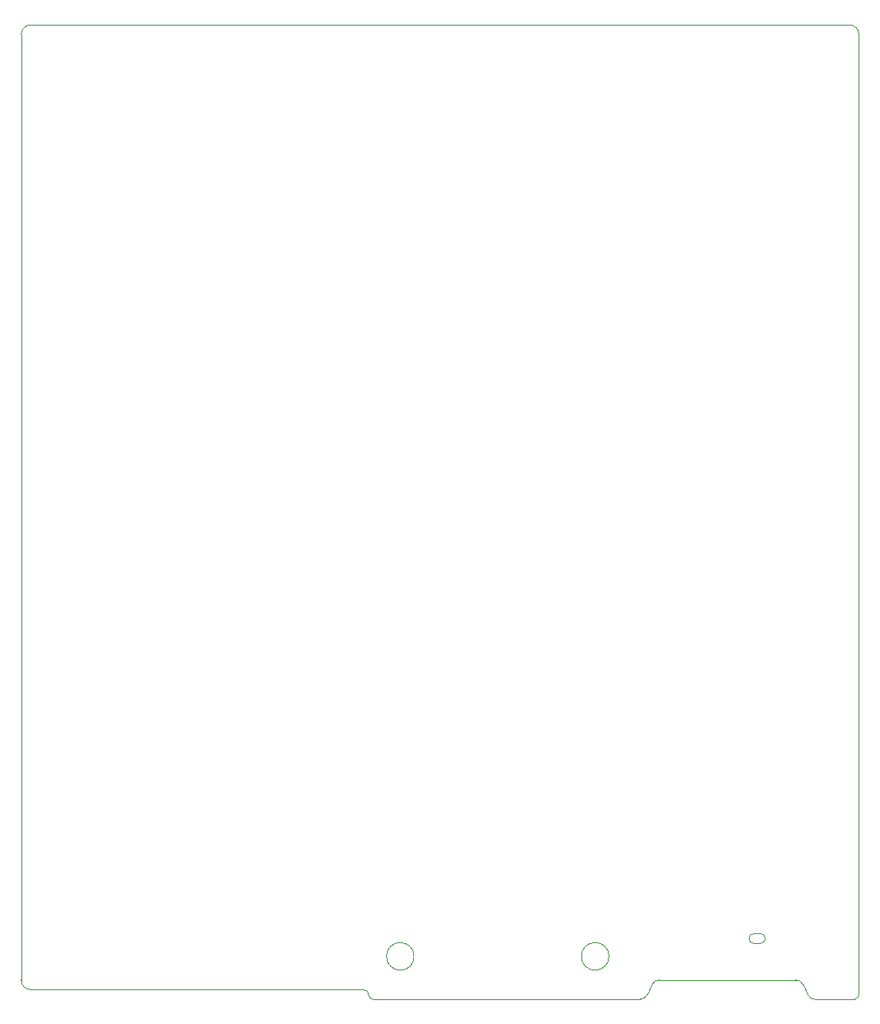
<source format=gm1>
G04 #@! TF.GenerationSoftware,KiCad,Pcbnew,(6.0.2-0)*
G04 #@! TF.CreationDate,2022-04-11T21:35:17-06:00*
G04 #@! TF.ProjectId,CONEPROJ,434f4e45-5052-44f4-9a2e-6b696361645f,rev?*
G04 #@! TF.SameCoordinates,Original*
G04 #@! TF.FileFunction,Profile,NP*
%FSLAX46Y46*%
G04 Gerber Fmt 4.6, Leading zero omitted, Abs format (unit mm)*
G04 Created by KiCad (PCBNEW (6.0.2-0)) date 2022-04-11 21:35:17*
%MOMM*%
%LPD*%
G01*
G04 APERTURE LIST*
G04 #@! TA.AperFunction,Profile*
%ADD10C,0.050000*%
G04 #@! TD*
G04 #@! TA.AperFunction,Profile*
%ADD11C,0.010000*%
G04 #@! TD*
G04 APERTURE END LIST*
D10*
X88250000Y-141500000D02*
X88750000Y-140500000D01*
X110000000Y-43000000D02*
X110000000Y-141500000D01*
X60146447Y-142000000D02*
X87500000Y-142000000D01*
X25000000Y-42000000D02*
G75*
G03*
X24000000Y-43000000I-1J-999999D01*
G01*
X59146447Y-141000000D02*
X25000000Y-141000000D01*
X25000000Y-42000000D02*
X109000000Y-42000000D01*
X84334214Y-137585787D02*
G75*
G03*
X84334214Y-137585787I-1414214J0D01*
G01*
X89500000Y-140000000D02*
G75*
G03*
X88750000Y-140500000I-1J-812499D01*
G01*
X59646447Y-141500000D02*
G75*
G03*
X59146447Y-141000000I-500001J-1D01*
G01*
X104250000Y-140500000D02*
G75*
G03*
X103500000Y-140000000I-749859J-312289D01*
G01*
X87500000Y-142000000D02*
G75*
G03*
X88250000Y-141500000I1J812499D01*
G01*
X89500000Y-140000000D02*
X103500000Y-140000000D01*
X104750000Y-141500000D02*
X104250000Y-140500000D01*
X109500000Y-142000000D02*
G75*
G03*
X110000000Y-141500000I-1J500001D01*
G01*
X110000000Y-43000000D02*
G75*
G03*
X109000000Y-42000000I-999999J1D01*
G01*
X64334214Y-137585787D02*
G75*
G03*
X64334214Y-137585787I-1414214J0D01*
G01*
X24000000Y-140000000D02*
G75*
G03*
X25000000Y-141000000I999999J-1D01*
G01*
X105500000Y-142000000D02*
X109500000Y-142000000D01*
X59646447Y-141500000D02*
G75*
G03*
X60146447Y-142000000I500001J1D01*
G01*
X24000000Y-140000000D02*
X24000000Y-43000000D01*
X104750000Y-141500000D02*
G75*
G03*
X105500000Y-142000000I749859J312289D01*
G01*
D11*
G04 #@! TO.C,J2*
X99200000Y-135250000D02*
X99900000Y-135250000D01*
X99900000Y-136250000D02*
X99200000Y-136250000D01*
X98700000Y-135750000D02*
G75*
G03*
X99200000Y-136250000I500001J1D01*
G01*
X99200000Y-135250000D02*
G75*
G03*
X98700000Y-135750000I1J-500001D01*
G01*
X99900000Y-136250000D02*
G75*
G03*
X100400000Y-135750000I-1J500001D01*
G01*
X100400000Y-135750000D02*
G75*
G03*
X99900000Y-135250000I-500001J-1D01*
G01*
G04 #@! TD*
M02*

</source>
